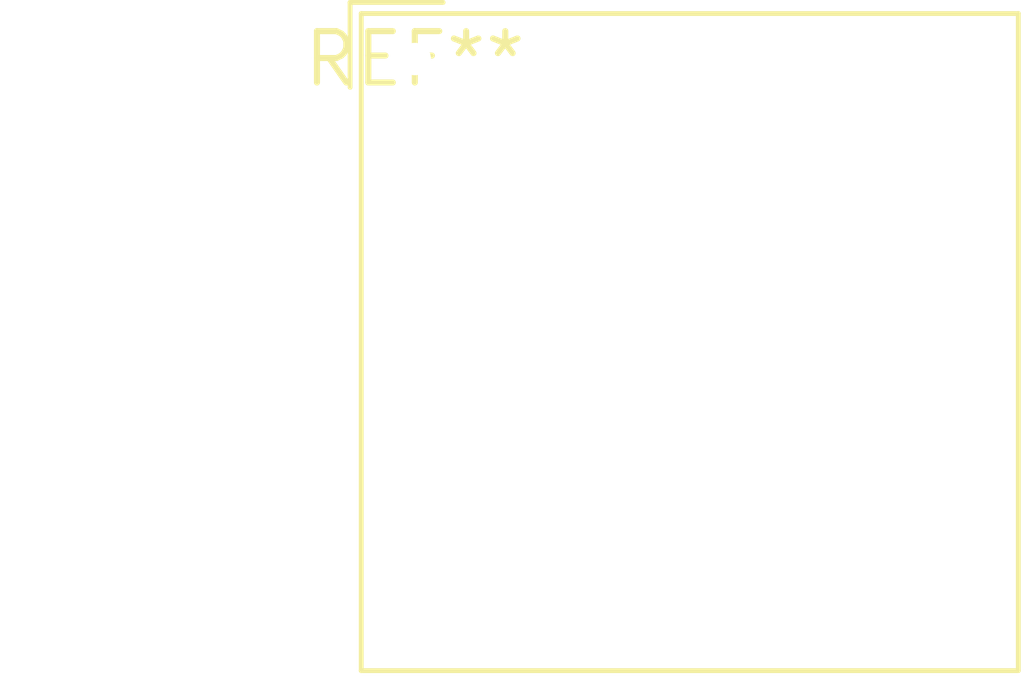
<source format=kicad_pcb>
(kicad_pcb (version 20240108) (generator pcbnew)
  (layers (0 "F.Cu" signal) (31 "B.Cu" signal) (34 "B.Paste" user) (35 "F.Paste" user) (36 "B.SilkS" user "B.Silkscreen") (37 "F.SilkS" user "F.Silkscreen") (38 "B.Mask" user) (39 "F.Mask" user) (44 "Edge.Cuts" user))
  (net 0 "")
  (footprint "HOPERF_RFM9XW_THT" (layer "F.Cu") (at 0 0)
    (property "Reference" "REF**")
    (property "Value" "HOPERF_RFM9XW_THT")
    (fp_line (start -1.6 -1.4) (end 0.7 -1.4) (layer "F.SilkS") (stroke (width 0.12)))
    (fp_line (start -1.6 0.7) (end -1.6 -1.4) (layer "F.SilkS") (stroke (width 0.12)))
    (fp_line (start -1.325 -1.125) (end 14.925 -1.125) (layer "F.SilkS") (stroke (width 0.12)))
    (fp_line (start -1.325 15.125) (end -1.325 -1.125) (layer "F.SilkS") (stroke (width 0.12)))
    (fp_line (start 14.925 -1.125) (end 14.925 15.125) (layer "F.SilkS") (stroke (width 0.12)))
    (fp_line (start 14.925 15.125) (end -1.325 15.125) (layer "F.SilkS") (stroke (width 0.12)))
    (pad "1" thru_hole rect (at 0 0) (size 1.35 1.35) (drill 0.8) (layers *.Cu *.Mask) (remove_unused_layers))
    (pad "2" thru_hole circle (at 0 2) (size 1.35 1.35) (drill 0.8) (layers *.Cu *.Mask) (remove_unused_layers))
    (pad "3" thru_hole circle (at 0 4) (size 1.35 1.35) (drill 0.8) (layers *.Cu *.Mask) (remove_unused_layers))
    (pad "4" thru_hole circle (at 0 6) (size 1.35 1.35) (drill 0.8) (layers *.Cu *.Mask) (remove_unused_layers))
    (pad "5" thru_hole circle (at 0 8) (size 1.35 1.35) (drill 0.8) (layers *.Cu *.Mask) (remove_unused_layers))
    (pad "6" thru_hole circle (at 0 10) (size 1.35 1.35) (drill 0.8) (layers *.Cu *.Mask) (remove_unused_layers))
    (pad "7" thru_hole circle (at 0 12) (size 1.35 1.35) (drill 0.8) (layers *.Cu *.Mask) (remove_unused_layers))
    (pad "8" thru_hole circle (at 0 14) (size 1.35 1.35) (drill 0.8) (layers *.Cu *.Mask) (remove_unused_layers))
    (pad "9" thru_hole circle (at 13.6 14) (size 1.35 1.35) (drill 0.8) (layers *.Cu *.Mask) (remove_unused_layers))
    (pad "10" thru_hole circle (at 13.6 12) (size 1.35 1.35) (drill 0.8) (layers *.Cu *.Mask) (remove_unused_layers))
    (pad "11" thru_hole circle (at 13.6 10) (size 1.35 1.35) (drill 0.8) (layers *.Cu *.Mask) (remove_unused_layers))
    (pad "12" thru_hole circle (at 13.6 8) (size 1.35 1.35) (drill 0.8) (layers *.Cu *.Mask) (remove_unused_layers))
    (pad "13" thru_hole circle (at 13.6 6) (size 1.35 1.35) (drill 0.8) (layers *.Cu *.Mask) (remove_unused_layers))
    (pad "14" thru_hole circle (at 13.6 4) (size 1.35 1.35) (drill 0.8) (layers *.Cu *.Mask) (remove_unused_layers))
    (pad "15" thru_hole circle (at 13.6 2) (size 1.35 1.35) (drill 0.8) (layers *.Cu *.Mask) (remove_unused_layers))
    (pad "16" thru_hole circle (at 13.6 0) (size 1.35 1.35) (drill 0.8) (layers *.Cu *.Mask) (remove_unused_layers))
  )
)
</source>
